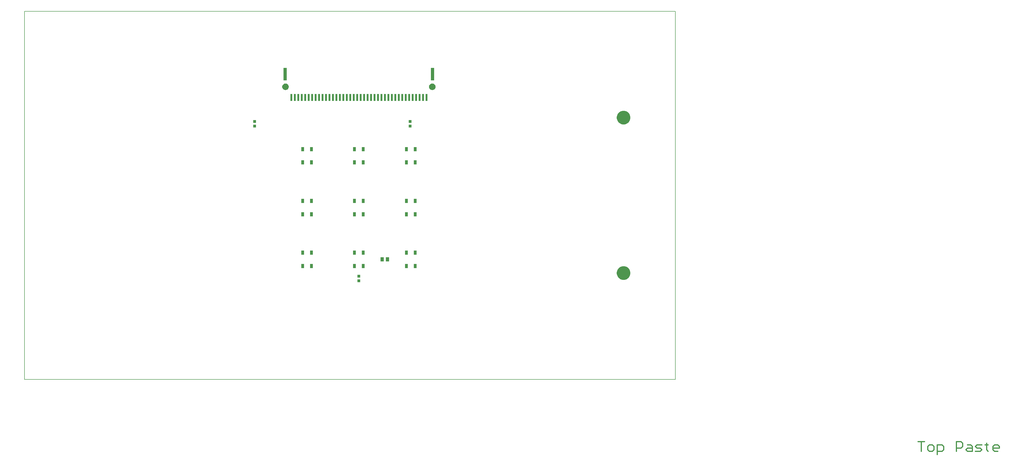
<source format=gtp>
G04*
G04 #@! TF.GenerationSoftware,Altium Limited,Altium Designer,22.6.0 (29)*
G04*
G04 Layer_Color=8421504*
%FSLAX25Y25*%
%MOIN*%
G70*
G04*
G04 #@! TF.SameCoordinates,54A03C2C-E526-4BD2-B5F9-26FC3028101F*
G04*
G04*
G04 #@! TF.FilePolarity,Positive*
G04*
G01*
G75*
%ADD10C,0.01575*%
%ADD11R,0.04724X0.18269*%
%ADD12C,0.00591*%
%ADD13R,0.03937X0.04331*%
%ADD14R,0.03937X0.05906*%
%ADD15R,0.03150X0.09843*%
%ADD16R,0.05118X0.05906*%
G36*
X343504Y348244D02*
X344364Y347887D01*
X345138Y347371D01*
X345796Y346712D01*
X346313Y345939D01*
X346669Y345079D01*
X346850Y344166D01*
Y343701D01*
Y343235D01*
X346669Y342323D01*
X346313Y341463D01*
X345796Y340689D01*
X345138Y340031D01*
X344364Y339514D01*
X343504Y339158D01*
X342591Y338976D01*
X341661D01*
X340748Y339158D01*
X339888Y339514D01*
X339114Y340031D01*
X338456Y340689D01*
X337939Y341463D01*
X337583Y342323D01*
X337402Y343235D01*
Y343701D01*
Y344166D01*
X337583Y345079D01*
X337939Y345939D01*
X338456Y346712D01*
X339114Y347371D01*
X339888Y347887D01*
X340748Y348244D01*
X341661Y348425D01*
X342591D01*
X343504Y348244D01*
D02*
G37*
G36*
X131693D02*
X132553Y347887D01*
X133327Y347371D01*
X133985Y346712D01*
X134502Y345939D01*
X134858Y345079D01*
X135039Y344166D01*
Y343701D01*
Y343235D01*
X134858Y342323D01*
X134502Y341463D01*
X133985Y340689D01*
X133327Y340031D01*
X132553Y339514D01*
X131693Y339158D01*
X130780Y338976D01*
X129850D01*
X128937Y339158D01*
X128077Y339514D01*
X127303Y340031D01*
X126645Y340689D01*
X126128Y341463D01*
X125772Y342323D01*
X125591Y343235D01*
Y343701D01*
Y344166D01*
X125772Y345079D01*
X126128Y345939D01*
X126645Y346712D01*
X127303Y347371D01*
X128077Y347887D01*
X128937Y348244D01*
X129850Y348425D01*
X130780D01*
X131693Y348244D01*
D02*
G37*
G36*
X620981Y308677D02*
X622772Y307935D01*
X624384Y306858D01*
X625755Y305487D01*
X626832Y303875D01*
X627574Y302084D01*
X627953Y300182D01*
Y299213D01*
Y298243D01*
X627574Y296342D01*
X626832Y294550D01*
X625755Y292938D01*
X624384Y291567D01*
X622772Y290490D01*
X620981Y289748D01*
X619079Y289370D01*
X617141D01*
X615239Y289748D01*
X613448Y290490D01*
X611836Y291567D01*
X610465Y292938D01*
X609388Y294550D01*
X608646Y296342D01*
X608268Y298243D01*
Y299213D01*
Y300182D01*
X608646Y302084D01*
X609388Y303875D01*
X610465Y305487D01*
X611836Y306858D01*
X613448Y307935D01*
X615239Y308677D01*
X617141Y309055D01*
X619079D01*
X620981Y308677D01*
D02*
G37*
G36*
Y84267D02*
X622772Y83526D01*
X624384Y82448D01*
X625755Y81077D01*
X626832Y79465D01*
X627574Y77674D01*
X627953Y75773D01*
Y74803D01*
Y73834D01*
X627574Y71932D01*
X626832Y70141D01*
X625755Y68529D01*
X624384Y67158D01*
X622772Y66081D01*
X620981Y65339D01*
X619079Y64961D01*
X617141D01*
X615239Y65339D01*
X613448Y66081D01*
X611836Y67158D01*
X610465Y68529D01*
X609388Y70141D01*
X608646Y71932D01*
X608268Y73834D01*
Y74803D01*
Y75773D01*
X608646Y77674D01*
X609388Y79465D01*
X610465Y81077D01*
X611836Y82448D01*
X613448Y83526D01*
X615239Y84267D01*
X617141Y84646D01*
X619079D01*
X620981Y84267D01*
D02*
G37*
D10*
X1042921Y-168552D02*
X1052104D01*
X1047513D01*
Y-182327D01*
X1058992D02*
X1063584D01*
X1065879Y-180031D01*
Y-175439D01*
X1063584Y-173144D01*
X1058992D01*
X1056696Y-175439D01*
Y-180031D01*
X1058992Y-182327D01*
X1070471Y-186919D02*
Y-173144D01*
X1077359D01*
X1079655Y-175439D01*
Y-180031D01*
X1077359Y-182327D01*
X1070471D01*
X1098021D02*
Y-168552D01*
X1104909D01*
X1107205Y-170848D01*
Y-175439D01*
X1104909Y-177735D01*
X1098021D01*
X1114092Y-173144D02*
X1118684D01*
X1120980Y-175439D01*
Y-182327D01*
X1114092D01*
X1111796Y-180031D01*
X1114092Y-177735D01*
X1120980D01*
X1125571Y-182327D02*
X1132459D01*
X1134755Y-180031D01*
X1132459Y-177735D01*
X1127867D01*
X1125571Y-175439D01*
X1127867Y-173144D01*
X1134755D01*
X1141642Y-170848D02*
Y-173144D01*
X1139347D01*
X1143938D01*
X1141642D01*
Y-180031D01*
X1143938Y-182327D01*
X1157713D02*
X1153122D01*
X1150826Y-180031D01*
Y-175439D01*
X1153122Y-173144D01*
X1157713D01*
X1160009Y-175439D01*
Y-177735D01*
X1150826D01*
D11*
X342520Y361890D02*
D03*
X129921D02*
D03*
D12*
X-246063Y452756D02*
X-246063Y-78740D01*
X-246063D02*
X692913Y-78740D01*
X692913Y452756D02*
X692913Y-78740D01*
X-246063Y452756D02*
X692913Y452756D01*
D13*
X85630Y287008D02*
D03*
Y293701D02*
D03*
X236220Y63583D02*
D03*
Y70276D02*
D03*
X310039Y287008D02*
D03*
Y293701D02*
D03*
D14*
X229921Y159646D02*
D03*
X242520D02*
D03*
Y178937D02*
D03*
X229921D02*
D03*
X155118Y84842D02*
D03*
X167717D02*
D03*
Y104134D02*
D03*
X155118D02*
D03*
X229921D02*
D03*
X242520D02*
D03*
Y84842D02*
D03*
X229921D02*
D03*
X304724D02*
D03*
X317323D02*
D03*
Y104134D02*
D03*
X304724D02*
D03*
Y178937D02*
D03*
X317323D02*
D03*
Y159646D02*
D03*
X304724D02*
D03*
Y234449D02*
D03*
X317323D02*
D03*
Y253740D02*
D03*
X304724D02*
D03*
X229921D02*
D03*
X242520D02*
D03*
Y234449D02*
D03*
X229921D02*
D03*
X155118D02*
D03*
X167717D02*
D03*
Y253740D02*
D03*
X155118D02*
D03*
Y178937D02*
D03*
X167717D02*
D03*
Y159646D02*
D03*
X155118D02*
D03*
D15*
X333720Y328346D02*
D03*
X328720D02*
D03*
X323721D02*
D03*
X318721D02*
D03*
X313720D02*
D03*
X308720D02*
D03*
X303720D02*
D03*
X298721D02*
D03*
X293721D02*
D03*
X288720D02*
D03*
X283720D02*
D03*
X278720D02*
D03*
X273721D02*
D03*
X268721D02*
D03*
X263720D02*
D03*
X258720D02*
D03*
X253720D02*
D03*
X248721D02*
D03*
X243721D02*
D03*
X238720D02*
D03*
X233720D02*
D03*
X228720D02*
D03*
X223721D02*
D03*
X218721D02*
D03*
X213720D02*
D03*
X208720D02*
D03*
X203720D02*
D03*
X198721D02*
D03*
X193720D02*
D03*
X188721D02*
D03*
X183721D02*
D03*
X178720D02*
D03*
X173721D02*
D03*
X168720D02*
D03*
X163721D02*
D03*
X158721D02*
D03*
X153720D02*
D03*
X148721D02*
D03*
X138721D02*
D03*
X143720D02*
D03*
D03*
X138721D02*
D03*
X148721D02*
D03*
X153720D02*
D03*
X158721D02*
D03*
X163721D02*
D03*
X168720D02*
D03*
X173721D02*
D03*
X178720D02*
D03*
X183721D02*
D03*
X188721D02*
D03*
X193720D02*
D03*
X198721D02*
D03*
X203720D02*
D03*
X208720D02*
D03*
X213720D02*
D03*
X218721D02*
D03*
X223721D02*
D03*
X228720D02*
D03*
X233720D02*
D03*
X238720D02*
D03*
X243721D02*
D03*
X248721D02*
D03*
X253720D02*
D03*
X258720D02*
D03*
X263720D02*
D03*
X268721D02*
D03*
X273721D02*
D03*
X278720D02*
D03*
X283720D02*
D03*
X288720D02*
D03*
X293721D02*
D03*
X298721D02*
D03*
X303720D02*
D03*
X308720D02*
D03*
X313720D02*
D03*
X318721D02*
D03*
X323721D02*
D03*
X328720D02*
D03*
X333720D02*
D03*
D16*
X277362Y94488D02*
D03*
X269882D02*
D03*
M02*

</source>
